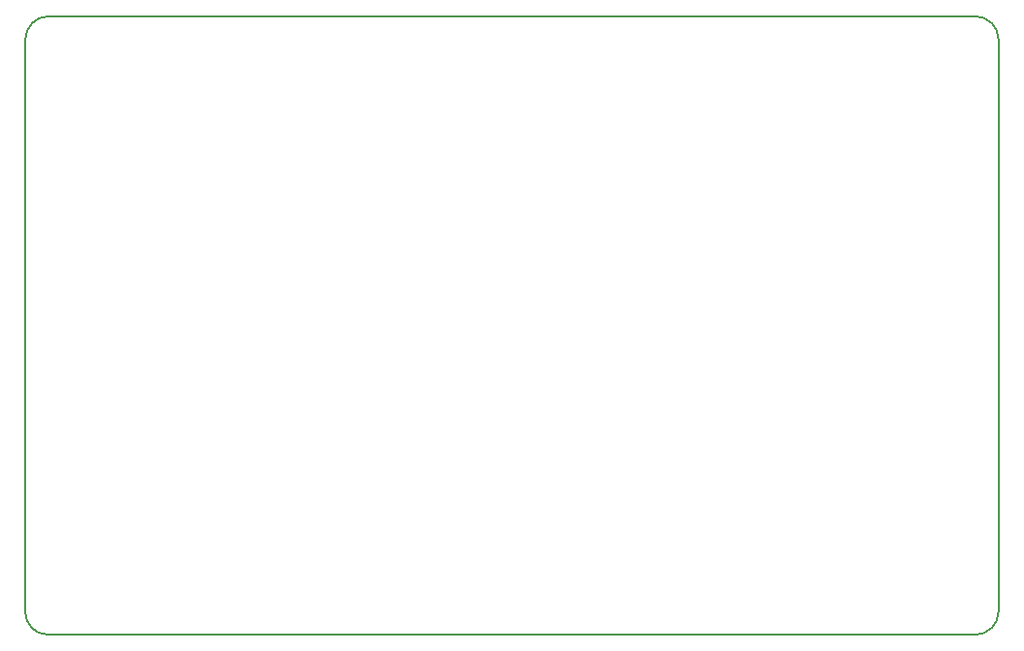
<source format=gm1>
G04 #@! TF.GenerationSoftware,KiCad,Pcbnew,6.0.11+dfsg-1*
G04 #@! TF.CreationDate,2023-08-15T17:50:17+01:00*
G04 #@! TF.ProjectId,business card,62757369-6e65-4737-9320-636172642e6b,rev?*
G04 #@! TF.SameCoordinates,Original*
G04 #@! TF.FileFunction,Profile,NP*
%FSLAX46Y46*%
G04 Gerber Fmt 4.6, Leading zero omitted, Abs format (unit mm)*
G04 Created by KiCad (PCBNEW 6.0.11+dfsg-1) date 2023-08-15 17:50:17*
%MOMM*%
%LPD*%
G01*
G04 APERTURE LIST*
G04 #@! TA.AperFunction,Profile*
%ADD10C,0.150000*%
G04 #@! TD*
G04 APERTURE END LIST*
D10*
X52832000Y-50800000D02*
X134000000Y-50800000D01*
X136032000Y-52832000D02*
G75*
G03*
X134000000Y-50800000I-2032000J0D01*
G01*
X52832000Y-50800000D02*
G75*
G03*
X50800000Y-52832000I0J-2032000D01*
G01*
X50800000Y-103031500D02*
X50800000Y-52832000D01*
X134000000Y-105000000D02*
X52768500Y-105000000D01*
X136032000Y-102968000D02*
X136032000Y-52832000D01*
X50800000Y-103031500D02*
G75*
G03*
X52768500Y-105000000I1968500J0D01*
G01*
X134000000Y-105000000D02*
G75*
G03*
X136032000Y-102968000I0J2032000D01*
G01*
M02*

</source>
